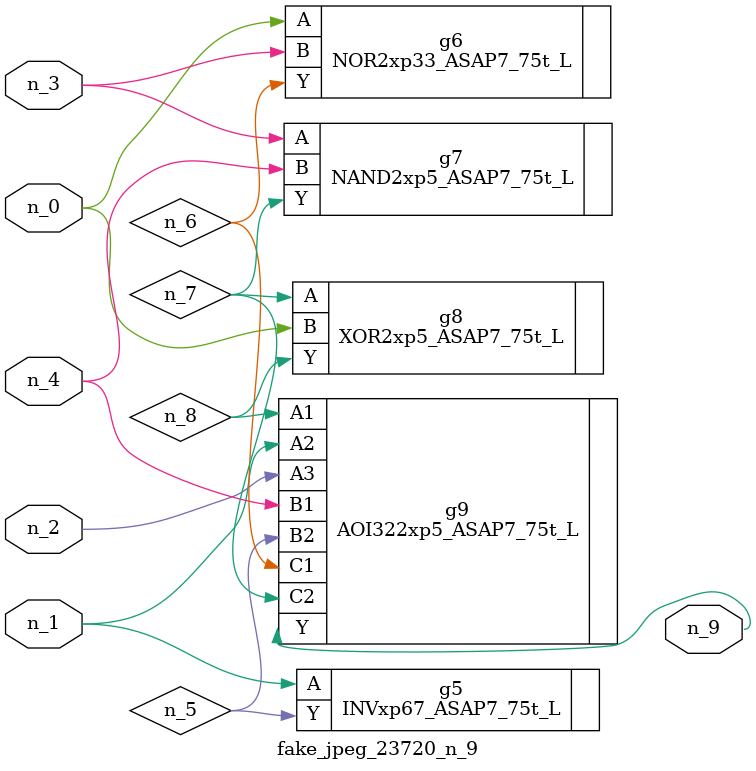
<source format=v>
module fake_jpeg_23720_n_9 (n_3, n_2, n_1, n_0, n_4, n_9);

input n_3;
input n_2;
input n_1;
input n_0;
input n_4;

output n_9;

wire n_8;
wire n_6;
wire n_5;
wire n_7;

INVxp67_ASAP7_75t_L g5 ( 
.A(n_1),
.Y(n_5)
);

NOR2xp33_ASAP7_75t_L g6 ( 
.A(n_0),
.B(n_3),
.Y(n_6)
);

NAND2xp5_ASAP7_75t_L g7 ( 
.A(n_3),
.B(n_4),
.Y(n_7)
);

XOR2xp5_ASAP7_75t_L g8 ( 
.A(n_7),
.B(n_0),
.Y(n_8)
);

AOI322xp5_ASAP7_75t_L g9 ( 
.A1(n_8),
.A2(n_1),
.A3(n_2),
.B1(n_4),
.B2(n_5),
.C1(n_6),
.C2(n_7),
.Y(n_9)
);


endmodule
</source>
